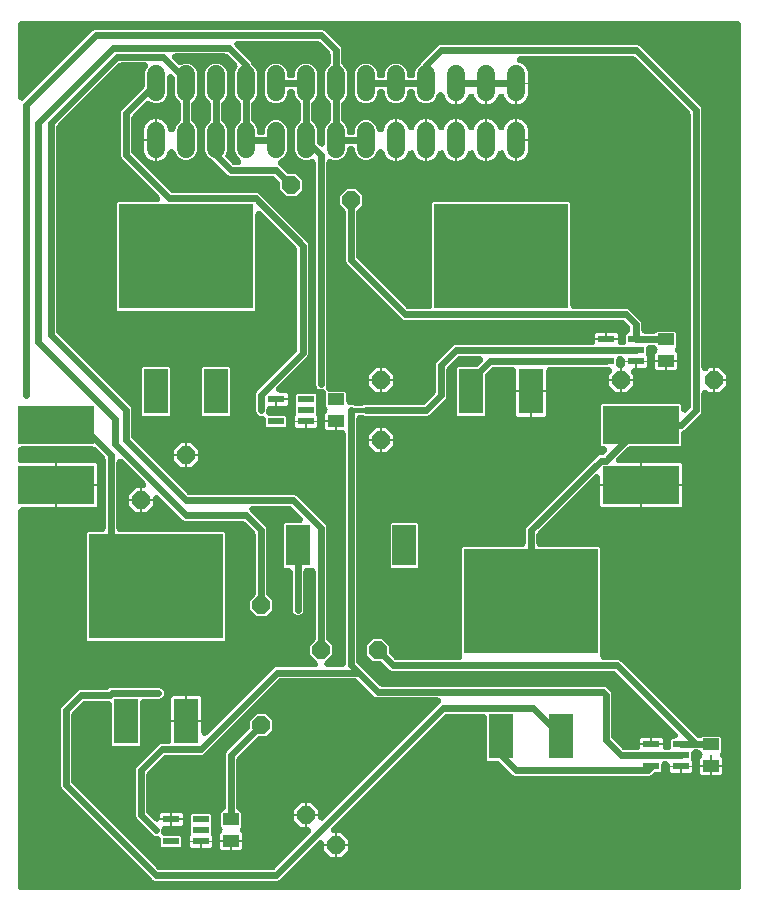
<source format=gbr>
G04 EAGLE Gerber RS-274X export*
G75*
%MOMM*%
%FSLAX34Y34*%
%LPD*%
%INTop Copper*%
%IPPOS*%
%AMOC8*
5,1,8,0,0,1.08239X$1,22.5*%
G01*
G04 Define Apertures*
%ADD10R,1.400000X0.600000*%
%ADD11C,1.524000*%
%ADD12R,2.000000X3.500000*%
%ADD13R,2.080000X3.810000*%
%ADD14R,11.430000X8.890000*%
%ADD15R,1.420200X1.031200*%
%ADD16R,6.451600X3.251200*%
%ADD17P,1.64956X8X22.5*%
%ADD18C,0.609600*%
%ADD19C,0.152400*%
%ADD20C,0.457200*%
G36*
X620441Y114541D02*
X619252Y114300D01*
X13208Y114300D01*
X12109Y114505D01*
X11087Y115159D01*
X10401Y116159D01*
X10160Y117348D01*
X10160Y435356D01*
X10365Y436455D01*
X11019Y437477D01*
X12019Y438163D01*
X13208Y438404D01*
X41656Y438404D01*
X41656Y475996D01*
X13208Y475996D01*
X12109Y476201D01*
X11087Y476855D01*
X10401Y477855D01*
X10160Y479044D01*
X10160Y487172D01*
X10365Y488271D01*
X11019Y489293D01*
X12019Y489979D01*
X13208Y490220D01*
X73552Y490220D01*
X74696Y489997D01*
X75707Y489327D01*
X83435Y481599D01*
X84087Y480633D01*
X84328Y479444D01*
X84328Y420622D01*
X84123Y419523D01*
X83469Y418501D01*
X82469Y417815D01*
X81280Y417574D01*
X69219Y417574D01*
X68326Y416681D01*
X68326Y326519D01*
X69219Y325626D01*
X184781Y325626D01*
X185674Y326519D01*
X185674Y416681D01*
X184781Y417574D01*
X96520Y417574D01*
X95421Y417779D01*
X94399Y418433D01*
X93713Y419433D01*
X93472Y420622D01*
X93472Y476904D01*
X93660Y477957D01*
X94297Y478989D01*
X95287Y479691D01*
X96471Y479951D01*
X97664Y479729D01*
X98675Y479059D01*
X117871Y459863D01*
X118483Y458986D01*
X118762Y457805D01*
X118559Y456609D01*
X117905Y455587D01*
X116905Y454901D01*
X115716Y454660D01*
X115062Y454660D01*
X115062Y445262D01*
X124460Y445262D01*
X124460Y445916D01*
X124648Y446969D01*
X125285Y448001D01*
X126275Y448703D01*
X127459Y448963D01*
X128652Y448741D01*
X129663Y448071D01*
X149810Y427924D01*
X151491Y427228D01*
X200044Y427228D01*
X201188Y427005D01*
X202199Y426335D01*
X210435Y418099D01*
X211087Y417133D01*
X211328Y415944D01*
X211328Y365222D01*
X211105Y364078D01*
X210435Y363067D01*
X206756Y359388D01*
X206756Y351812D01*
X212112Y346456D01*
X219688Y346456D01*
X225044Y351812D01*
X225044Y359388D01*
X221365Y363067D01*
X220713Y364033D01*
X220472Y365222D01*
X220472Y420009D01*
X219776Y421690D01*
X206741Y434725D01*
X206129Y435602D01*
X205850Y436783D01*
X206053Y437979D01*
X206707Y439001D01*
X207708Y439687D01*
X208896Y439928D01*
X239810Y439928D01*
X240953Y439705D01*
X241965Y439035D01*
X250373Y430627D01*
X250985Y429750D01*
X251264Y428569D01*
X251061Y427373D01*
X250407Y426351D01*
X249406Y425665D01*
X248218Y425424D01*
X236469Y425424D01*
X235576Y424531D01*
X235576Y388269D01*
X236469Y387376D01*
X239480Y387376D01*
X240579Y387171D01*
X241601Y386517D01*
X242287Y385517D01*
X242528Y384328D01*
X242528Y351091D01*
X243224Y349410D01*
X244510Y348124D01*
X246191Y347428D01*
X248009Y347428D01*
X249690Y348124D01*
X250976Y349410D01*
X251672Y351091D01*
X251672Y384328D01*
X251877Y385427D01*
X252531Y386449D01*
X253531Y387135D01*
X254720Y387376D01*
X258625Y387376D01*
X258983Y387461D01*
X260179Y387257D01*
X261201Y386604D01*
X261887Y385603D01*
X262128Y384414D01*
X262128Y327122D01*
X261905Y325978D01*
X261235Y324967D01*
X257556Y321288D01*
X257556Y313712D01*
X263043Y308225D01*
X263655Y307348D01*
X263934Y306167D01*
X263731Y304971D01*
X263077Y303949D01*
X262077Y303263D01*
X260888Y303022D01*
X228556Y303022D01*
X226876Y302326D01*
X170543Y245993D01*
X169666Y245381D01*
X168485Y245102D01*
X167289Y245305D01*
X166267Y245959D01*
X165581Y246960D01*
X165340Y248149D01*
X165340Y256538D01*
X139460Y256538D01*
X139460Y241298D01*
X139255Y240199D01*
X138601Y239177D01*
X137601Y238491D01*
X136412Y238250D01*
X131169Y238250D01*
X129488Y237554D01*
X110424Y218490D01*
X109728Y216809D01*
X109728Y176891D01*
X110424Y175210D01*
X124410Y161224D01*
X126091Y160528D01*
X128328Y160528D01*
X129427Y160323D01*
X130449Y159669D01*
X131135Y158669D01*
X131376Y157480D01*
X131376Y151969D01*
X132269Y151076D01*
X147531Y151076D01*
X148424Y151969D01*
X148424Y159231D01*
X147531Y160124D01*
X134449Y160124D01*
X133373Y160320D01*
X132346Y160966D01*
X131652Y161961D01*
X131401Y163148D01*
X131572Y164024D01*
X131572Y166012D01*
X131777Y167111D01*
X132431Y168133D01*
X133431Y168819D01*
X134620Y169060D01*
X139138Y169060D01*
X139138Y173838D01*
X129979Y173838D01*
X129979Y174198D01*
X129535Y173479D01*
X128545Y172777D01*
X127361Y172517D01*
X126168Y172739D01*
X125157Y173409D01*
X119765Y178801D01*
X119113Y179768D01*
X118872Y180956D01*
X118872Y212744D01*
X119095Y213888D01*
X119765Y214899D01*
X133079Y228213D01*
X134046Y228865D01*
X135234Y229106D01*
X165603Y229106D01*
X167284Y229802D01*
X230467Y292985D01*
X231433Y293637D01*
X232622Y293878D01*
X295294Y293878D01*
X296438Y293655D01*
X297449Y292985D01*
X312210Y278224D01*
X313891Y277528D01*
X365304Y277528D01*
X366357Y277340D01*
X367389Y276703D01*
X368091Y275713D01*
X368351Y274529D01*
X368129Y273336D01*
X367459Y272325D01*
X269363Y174229D01*
X268486Y173617D01*
X267305Y173338D01*
X266109Y173541D01*
X265087Y174195D01*
X264401Y175196D01*
X264160Y176384D01*
X264160Y177038D01*
X254762Y177038D01*
X254762Y167640D01*
X255416Y167640D01*
X256469Y167452D01*
X257501Y166815D01*
X258203Y165825D01*
X258463Y164641D01*
X258241Y163448D01*
X257571Y162437D01*
X227599Y132465D01*
X226633Y131813D01*
X225444Y131572D01*
X130156Y131572D01*
X129012Y131795D01*
X128001Y132465D01*
X56265Y204201D01*
X55613Y205168D01*
X55372Y206356D01*
X55372Y263544D01*
X55595Y264688D01*
X56265Y265699D01*
X64501Y273935D01*
X65468Y274587D01*
X66656Y274828D01*
X86628Y274828D01*
X87727Y274623D01*
X88749Y273969D01*
X89435Y272969D01*
X89676Y271780D01*
X89676Y237619D01*
X90569Y236726D01*
X112631Y236726D01*
X113524Y237619D01*
X113524Y273302D01*
X113729Y274401D01*
X114383Y275423D01*
X115383Y276109D01*
X116572Y276350D01*
X129687Y276350D01*
X131368Y277046D01*
X132654Y278332D01*
X133350Y280013D01*
X133350Y281831D01*
X132654Y283512D01*
X131368Y284798D01*
X129687Y285494D01*
X88397Y285494D01*
X86632Y284763D01*
X85817Y284213D01*
X84628Y283972D01*
X62591Y283972D01*
X60910Y283276D01*
X46924Y269290D01*
X46228Y267609D01*
X46228Y202291D01*
X46924Y200610D01*
X124410Y123124D01*
X126091Y122428D01*
X229509Y122428D01*
X231190Y123124D01*
X264037Y155971D01*
X264914Y156583D01*
X266095Y156862D01*
X267291Y156659D01*
X268313Y156005D01*
X268999Y155005D01*
X269240Y153816D01*
X269240Y153162D01*
X278638Y153162D01*
X278638Y162560D01*
X277984Y162560D01*
X276931Y162748D01*
X275899Y163385D01*
X275197Y164375D01*
X274937Y165559D01*
X275159Y166752D01*
X275829Y167763D01*
X370823Y262757D01*
X371790Y263409D01*
X372978Y263650D01*
X404128Y263650D01*
X405227Y263445D01*
X406249Y262791D01*
X406935Y261791D01*
X407176Y260602D01*
X407176Y224919D01*
X408069Y224026D01*
X415946Y224026D01*
X417090Y223803D01*
X418101Y223133D01*
X429210Y212024D01*
X430891Y211328D01*
X544009Y211328D01*
X545690Y212024D01*
X547349Y213683D01*
X548316Y214335D01*
X549504Y214576D01*
X553931Y214576D01*
X554824Y215469D01*
X554824Y220980D01*
X555029Y222079D01*
X555683Y223101D01*
X556683Y223787D01*
X557872Y224028D01*
X558712Y224028D01*
X559811Y223823D01*
X560833Y223169D01*
X561519Y222169D01*
X561760Y220980D01*
X561760Y219862D01*
X580840Y219862D01*
X580840Y223152D01*
X580717Y223275D01*
X580065Y224242D01*
X579824Y225431D01*
X579824Y230480D01*
X580029Y231579D01*
X580683Y232601D01*
X581683Y233287D01*
X582872Y233528D01*
X585492Y233528D01*
X586636Y233305D01*
X587647Y232635D01*
X588809Y231474D01*
X589441Y230552D01*
X589701Y229367D01*
X589479Y228175D01*
X588809Y227163D01*
X587259Y225613D01*
X587259Y220167D01*
X606541Y220167D01*
X606541Y225613D01*
X604991Y227163D01*
X604359Y228085D01*
X604099Y229270D01*
X604321Y230462D01*
X604991Y231474D01*
X605525Y232008D01*
X605525Y243582D01*
X604632Y244475D01*
X589168Y244475D01*
X588885Y244192D01*
X587963Y243560D01*
X586778Y243299D01*
X585585Y243522D01*
X584574Y244192D01*
X520090Y308676D01*
X518409Y309372D01*
X506086Y309372D01*
X505032Y309560D01*
X504000Y310197D01*
X503299Y311187D01*
X503038Y312371D01*
X503174Y313100D01*
X503174Y403981D01*
X502281Y404874D01*
X452120Y404874D01*
X451021Y405079D01*
X449999Y405733D01*
X449313Y406733D01*
X449072Y407922D01*
X449072Y415806D01*
X449295Y416949D01*
X449965Y417961D01*
X497717Y465713D01*
X498594Y466325D01*
X499775Y466604D01*
X500971Y466401D01*
X501993Y465747D01*
X502679Y464746D01*
X502920Y463558D01*
X502920Y457962D01*
X536956Y457962D01*
X536956Y475996D01*
X519538Y475996D01*
X518485Y476184D01*
X517453Y476821D01*
X516751Y477811D01*
X516491Y478995D01*
X516713Y480188D01*
X517383Y481199D01*
X525511Y489327D01*
X526478Y489979D01*
X527666Y490220D01*
X570607Y490220D01*
X571500Y491113D01*
X571500Y501015D01*
X571714Y502136D01*
X572376Y503153D01*
X573382Y503831D01*
X574090Y504124D01*
X588076Y518110D01*
X588772Y519791D01*
X588772Y535201D01*
X588960Y536254D01*
X589597Y537287D01*
X590587Y537988D01*
X591771Y538249D01*
X592964Y538026D01*
X593975Y537356D01*
X595392Y535940D01*
X598838Y535940D01*
X598838Y556260D01*
X595392Y556260D01*
X593975Y554844D01*
X593098Y554232D01*
X591917Y553952D01*
X590721Y554156D01*
X589699Y554810D01*
X589013Y555810D01*
X588772Y556999D01*
X588772Y775609D01*
X588076Y777290D01*
X535990Y829376D01*
X534309Y830072D01*
X367391Y830072D01*
X365710Y829376D01*
X351724Y815390D01*
X351027Y813706D01*
X350366Y812718D01*
X347848Y810200D01*
X346456Y806839D01*
X346456Y805020D01*
X346251Y803921D01*
X345597Y802899D01*
X344597Y802213D01*
X343408Y801972D01*
X342392Y801972D01*
X341293Y802177D01*
X340271Y802831D01*
X339585Y803831D01*
X339344Y805020D01*
X339344Y806839D01*
X337952Y810200D01*
X335380Y812772D01*
X332019Y814164D01*
X328381Y814164D01*
X325020Y812772D01*
X322448Y810200D01*
X321056Y806839D01*
X321056Y805020D01*
X320851Y803921D01*
X320197Y802899D01*
X319197Y802213D01*
X318008Y801972D01*
X316992Y801972D01*
X315893Y802177D01*
X314871Y802831D01*
X314185Y803831D01*
X313944Y805020D01*
X313944Y806839D01*
X312552Y810200D01*
X309980Y812772D01*
X306619Y814164D01*
X302981Y814164D01*
X299620Y812772D01*
X297048Y810200D01*
X295656Y806839D01*
X295656Y787961D01*
X297048Y784600D01*
X299620Y782028D01*
X302981Y780636D01*
X306619Y780636D01*
X309980Y782028D01*
X312552Y784600D01*
X313944Y787961D01*
X313944Y789780D01*
X314149Y790879D01*
X314803Y791901D01*
X315803Y792587D01*
X316992Y792828D01*
X318008Y792828D01*
X319107Y792623D01*
X320129Y791969D01*
X320815Y790969D01*
X321056Y789780D01*
X321056Y787961D01*
X322448Y784600D01*
X325020Y782028D01*
X328381Y780636D01*
X332019Y780636D01*
X335380Y782028D01*
X337952Y784600D01*
X339344Y787961D01*
X339344Y789780D01*
X339549Y790879D01*
X340203Y791901D01*
X341203Y792587D01*
X342392Y792828D01*
X343408Y792828D01*
X344507Y792623D01*
X345529Y791969D01*
X346215Y790969D01*
X346456Y789780D01*
X346456Y787961D01*
X347848Y784600D01*
X350420Y782028D01*
X353781Y780636D01*
X357419Y780636D01*
X360780Y782028D01*
X363352Y784600D01*
X364976Y788521D01*
X365536Y789405D01*
X366514Y790122D01*
X367695Y790401D01*
X368891Y790198D01*
X369913Y789544D01*
X370599Y788544D01*
X370679Y788148D01*
X372387Y784025D01*
X375245Y781167D01*
X378979Y779620D01*
X380238Y779620D01*
X380238Y798162D01*
X381762Y798162D01*
X381762Y779620D01*
X383021Y779620D01*
X386755Y781167D01*
X389613Y784025D01*
X390884Y787093D01*
X391461Y787994D01*
X392444Y788704D01*
X393627Y788973D01*
X394821Y788761D01*
X395838Y788099D01*
X396516Y787093D01*
X397787Y784025D01*
X400645Y781167D01*
X404379Y779620D01*
X405638Y779620D01*
X405638Y798162D01*
X407162Y798162D01*
X407162Y779620D01*
X408421Y779620D01*
X412155Y781167D01*
X415013Y784025D01*
X416284Y787093D01*
X416861Y787994D01*
X417844Y788704D01*
X419027Y788973D01*
X420221Y788761D01*
X421238Y788099D01*
X421916Y787093D01*
X423187Y784025D01*
X426045Y781167D01*
X429779Y779620D01*
X431038Y779620D01*
X431038Y798162D01*
X441960Y798162D01*
X441960Y807041D01*
X440413Y810775D01*
X437555Y813633D01*
X434101Y815064D01*
X433218Y815624D01*
X432500Y816602D01*
X432221Y817783D01*
X432424Y818979D01*
X433078Y820001D01*
X434079Y820687D01*
X435267Y820928D01*
X530244Y820928D01*
X531388Y820705D01*
X532399Y820035D01*
X578735Y773699D01*
X579387Y772733D01*
X579628Y771544D01*
X579628Y523856D01*
X579405Y522712D01*
X578735Y521701D01*
X576703Y519669D01*
X575826Y519057D01*
X574645Y518778D01*
X573449Y518981D01*
X572427Y519635D01*
X571741Y520636D01*
X571500Y521824D01*
X571500Y524887D01*
X570607Y525780D01*
X504829Y525780D01*
X503936Y524887D01*
X503936Y491113D01*
X504829Y490220D01*
X506114Y490220D01*
X507167Y490032D01*
X508199Y489395D01*
X508901Y488405D01*
X509161Y487221D01*
X508939Y486028D01*
X508269Y485017D01*
X506745Y483493D01*
X505779Y482841D01*
X504590Y482600D01*
X502657Y482600D01*
X500976Y481904D01*
X440624Y421552D01*
X439928Y419871D01*
X439928Y407922D01*
X439723Y406823D01*
X439069Y405801D01*
X438069Y405115D01*
X436880Y404874D01*
X386719Y404874D01*
X385826Y403981D01*
X385826Y313087D01*
X385961Y312517D01*
X385757Y311321D01*
X385104Y310299D01*
X384103Y309613D01*
X382914Y309372D01*
X330656Y309372D01*
X329512Y309595D01*
X328501Y310265D01*
X324837Y313929D01*
X324185Y314896D01*
X323944Y316084D01*
X323944Y321288D01*
X318588Y326644D01*
X311012Y326644D01*
X305656Y321288D01*
X305656Y313712D01*
X311012Y308356D01*
X316216Y308356D01*
X317360Y308133D01*
X318371Y307463D01*
X324910Y300924D01*
X326591Y300228D01*
X514344Y300228D01*
X515488Y300005D01*
X516499Y299335D01*
X568007Y247827D01*
X568619Y246950D01*
X568898Y245769D01*
X568695Y244573D01*
X568041Y243551D01*
X567041Y242865D01*
X565852Y242624D01*
X563669Y242624D01*
X562776Y241731D01*
X562776Y236220D01*
X562571Y235121D01*
X561917Y234099D01*
X560917Y233413D01*
X559728Y233172D01*
X558888Y233172D01*
X557789Y233377D01*
X556767Y234031D01*
X556081Y235031D01*
X555840Y236220D01*
X555840Y237338D01*
X536760Y237338D01*
X536760Y236220D01*
X536555Y235121D01*
X535901Y234099D01*
X534901Y233413D01*
X533712Y233172D01*
X523856Y233172D01*
X522712Y233395D01*
X521701Y234065D01*
X513465Y242301D01*
X512813Y243268D01*
X512572Y244456D01*
X512572Y280309D01*
X511876Y281990D01*
X507890Y285976D01*
X506209Y286672D01*
X317956Y286672D01*
X316812Y286895D01*
X315801Y287565D01*
X297565Y305801D01*
X296913Y306768D01*
X296672Y307956D01*
X296672Y513842D01*
X296877Y514941D01*
X297531Y515963D01*
X298531Y516649D01*
X299720Y516890D01*
X301445Y516890D01*
X302611Y516658D01*
X303891Y516128D01*
X356509Y516128D01*
X358190Y516824D01*
X372176Y530810D01*
X372872Y532491D01*
X372872Y555644D01*
X373095Y556788D01*
X373765Y557799D01*
X382001Y566035D01*
X382968Y566687D01*
X384156Y566928D01*
X400704Y566928D01*
X401757Y566740D01*
X402789Y566103D01*
X403491Y565113D01*
X403751Y563929D01*
X403529Y562736D01*
X402859Y561725D01*
X399301Y558167D01*
X398335Y557515D01*
X397146Y557274D01*
X382669Y557274D01*
X381776Y556381D01*
X381776Y517019D01*
X382669Y516126D01*
X404731Y516126D01*
X405624Y517019D01*
X405624Y550296D01*
X405847Y551440D01*
X406517Y552451D01*
X410601Y556535D01*
X411568Y557187D01*
X412756Y557428D01*
X428512Y557428D01*
X429611Y557223D01*
X430633Y556569D01*
X431319Y555569D01*
X431560Y554380D01*
X431560Y537462D01*
X457440Y537462D01*
X457440Y554380D01*
X457645Y555479D01*
X458299Y556501D01*
X459299Y557187D01*
X460488Y557428D01*
X509590Y557428D01*
X509832Y557476D01*
X510349Y557476D01*
X511402Y557288D01*
X512435Y556651D01*
X513136Y555661D01*
X513397Y554477D01*
X513174Y553284D01*
X512504Y552273D01*
X510540Y550308D01*
X510540Y546862D01*
X519938Y546862D01*
X519938Y556260D01*
X519772Y556260D01*
X518673Y556465D01*
X517651Y557119D01*
X516965Y558119D01*
X516724Y559308D01*
X516724Y563880D01*
X516929Y564979D01*
X517583Y566001D01*
X518583Y566687D01*
X519772Y566928D01*
X520612Y566928D01*
X521711Y566723D01*
X522733Y566069D01*
X523419Y565069D01*
X523660Y563880D01*
X523660Y562762D01*
X542740Y562762D01*
X542740Y566052D01*
X542617Y566175D01*
X541965Y567142D01*
X541724Y568331D01*
X541724Y573075D01*
X541929Y574174D01*
X542583Y575196D01*
X543583Y575882D01*
X544772Y576123D01*
X547697Y576123D01*
X548841Y575900D01*
X549852Y575230D01*
X550709Y574374D01*
X551341Y573452D01*
X551601Y572267D01*
X551379Y571075D01*
X550709Y570063D01*
X549159Y568513D01*
X549159Y563067D01*
X568441Y563067D01*
X568441Y568513D01*
X566891Y570063D01*
X566259Y570985D01*
X565999Y572170D01*
X566221Y573362D01*
X566891Y574374D01*
X567425Y574908D01*
X567425Y586482D01*
X566532Y587375D01*
X551068Y587375D01*
X549852Y586160D01*
X548886Y585508D01*
X547697Y585267D01*
X542351Y585267D01*
X541207Y585490D01*
X541155Y585524D01*
X540820Y585524D01*
X539721Y585729D01*
X538699Y586383D01*
X538013Y587383D01*
X537772Y588572D01*
X537772Y594609D01*
X537076Y596290D01*
X527512Y605854D01*
X525831Y606550D01*
X480822Y606550D01*
X479723Y606755D01*
X478701Y607409D01*
X478015Y608409D01*
X477774Y609598D01*
X477774Y696081D01*
X476881Y696974D01*
X361319Y696974D01*
X360426Y696081D01*
X360426Y609598D01*
X360221Y608499D01*
X359567Y607477D01*
X358567Y606791D01*
X357378Y606550D01*
X340978Y606550D01*
X339834Y606773D01*
X338823Y607443D01*
X297565Y648701D01*
X296913Y649668D01*
X296672Y650856D01*
X296672Y688878D01*
X296895Y690022D01*
X297565Y691033D01*
X301244Y694712D01*
X301244Y702288D01*
X295888Y707644D01*
X288312Y707644D01*
X282956Y702288D01*
X282956Y694712D01*
X286635Y691033D01*
X287287Y690067D01*
X287528Y688878D01*
X287528Y646791D01*
X288224Y645110D01*
X335232Y598102D01*
X336913Y597406D01*
X521766Y597406D01*
X522910Y597183D01*
X523921Y596513D01*
X527735Y592699D01*
X528387Y591733D01*
X528628Y590544D01*
X528628Y588572D01*
X528423Y587473D01*
X527769Y586451D01*
X526769Y585765D01*
X525580Y585524D01*
X525569Y585524D01*
X524676Y584631D01*
X524676Y579120D01*
X524471Y578021D01*
X523817Y576999D01*
X522817Y576313D01*
X521628Y576072D01*
X520788Y576072D01*
X519689Y576277D01*
X518667Y576931D01*
X517981Y577931D01*
X517740Y579120D01*
X517740Y580238D01*
X498660Y580238D01*
X498660Y579120D01*
X498455Y578021D01*
X497801Y576999D01*
X496801Y576313D01*
X495612Y576072D01*
X380091Y576072D01*
X378410Y575376D01*
X364424Y561390D01*
X363728Y559709D01*
X363728Y536556D01*
X363505Y535412D01*
X362835Y534401D01*
X354599Y526165D01*
X353633Y525513D01*
X352444Y525272D01*
X303891Y525272D01*
X302611Y524742D01*
X301445Y524510D01*
X295455Y524510D01*
X294289Y524742D01*
X293009Y525272D01*
X291073Y525272D01*
X289974Y525477D01*
X288952Y526131D01*
X288266Y527131D01*
X288025Y528320D01*
X288025Y535682D01*
X287132Y536575D01*
X273508Y536575D01*
X272432Y536771D01*
X271405Y537417D01*
X270711Y538412D01*
X270460Y539599D01*
X270692Y540789D01*
X271272Y542191D01*
X271272Y730588D01*
X271468Y731664D01*
X272114Y732691D01*
X273109Y733385D01*
X274296Y733636D01*
X275486Y733404D01*
X277581Y732536D01*
X281219Y732536D01*
X284580Y733928D01*
X287152Y736500D01*
X288544Y739861D01*
X288544Y741680D01*
X288749Y742779D01*
X289403Y743801D01*
X290403Y744487D01*
X291592Y744728D01*
X292608Y744728D01*
X293707Y744523D01*
X294729Y743869D01*
X295415Y742869D01*
X295656Y741680D01*
X295656Y739861D01*
X297048Y736500D01*
X299620Y733928D01*
X302981Y732536D01*
X306619Y732536D01*
X309980Y733928D01*
X312552Y736500D01*
X314176Y740421D01*
X314736Y741305D01*
X315714Y742022D01*
X316895Y742301D01*
X318091Y742098D01*
X319113Y741444D01*
X319799Y740444D01*
X319879Y740048D01*
X321587Y735925D01*
X324445Y733067D01*
X328179Y731520D01*
X329438Y731520D01*
X329438Y767080D01*
X328179Y767080D01*
X324445Y765533D01*
X321587Y762675D01*
X319919Y758648D01*
X319861Y758315D01*
X319231Y757277D01*
X318248Y756568D01*
X317065Y756298D01*
X315871Y756511D01*
X314854Y757173D01*
X314176Y758179D01*
X312552Y762100D01*
X309980Y764672D01*
X306619Y766064D01*
X302981Y766064D01*
X299620Y764672D01*
X297048Y762100D01*
X295656Y758739D01*
X295656Y756920D01*
X295451Y755821D01*
X294797Y754799D01*
X293797Y754113D01*
X292608Y753872D01*
X291592Y753872D01*
X290493Y754077D01*
X289471Y754731D01*
X288785Y755731D01*
X288544Y756920D01*
X288544Y758739D01*
X287152Y762100D01*
X284865Y764387D01*
X284213Y765353D01*
X283972Y766542D01*
X283972Y780158D01*
X284195Y781302D01*
X284865Y782313D01*
X287152Y784600D01*
X288544Y787961D01*
X288544Y806839D01*
X287152Y810200D01*
X284865Y812487D01*
X284213Y813453D01*
X283972Y814642D01*
X283972Y826409D01*
X283276Y828090D01*
X269290Y842076D01*
X267609Y842772D01*
X75291Y842772D01*
X73610Y842076D01*
X15363Y783829D01*
X14486Y783217D01*
X13305Y782938D01*
X12109Y783141D01*
X11087Y783795D01*
X10401Y784796D01*
X10160Y785984D01*
X10160Y847092D01*
X10365Y848191D01*
X11019Y849213D01*
X12019Y849899D01*
X13208Y850140D01*
X619252Y850140D01*
X620351Y849935D01*
X621373Y849281D01*
X622059Y848281D01*
X622300Y847092D01*
X622300Y117348D01*
X622095Y116249D01*
X621441Y115227D01*
X620441Y114541D01*
G37*
%LPC*%
G36*
X432562Y779620D02*
X433821Y779620D01*
X437555Y781167D01*
X440413Y784025D01*
X441960Y787759D01*
X441960Y796638D01*
X432562Y796638D01*
X432562Y779620D01*
G37*
G36*
X407162Y731520D02*
X408421Y731520D01*
X412155Y733067D01*
X415013Y735925D01*
X416284Y738993D01*
X416861Y739894D01*
X417844Y740604D01*
X419027Y740873D01*
X420221Y740661D01*
X421238Y739999D01*
X421916Y738993D01*
X423187Y735925D01*
X426045Y733067D01*
X429779Y731520D01*
X431038Y731520D01*
X431038Y767080D01*
X429779Y767080D01*
X426045Y765533D01*
X423187Y762675D01*
X421916Y759607D01*
X421339Y758706D01*
X420356Y757996D01*
X419173Y757727D01*
X417979Y757939D01*
X416962Y758601D01*
X416284Y759607D01*
X415013Y762675D01*
X412155Y765533D01*
X408421Y767080D01*
X407162Y767080D01*
X407162Y731520D01*
G37*
G36*
X330962Y731520D02*
X332221Y731520D01*
X335955Y733067D01*
X338813Y735925D01*
X340084Y738993D01*
X340661Y739894D01*
X341644Y740604D01*
X342827Y740873D01*
X344021Y740661D01*
X345038Y739999D01*
X345716Y738993D01*
X346987Y735925D01*
X349845Y733067D01*
X353579Y731520D01*
X354838Y731520D01*
X354838Y767080D01*
X353579Y767080D01*
X349845Y765533D01*
X346987Y762675D01*
X345716Y759607D01*
X345139Y758706D01*
X344156Y757996D01*
X342973Y757727D01*
X341779Y757939D01*
X340762Y758601D01*
X340084Y759607D01*
X338813Y762675D01*
X335955Y765533D01*
X332221Y767080D01*
X330962Y767080D01*
X330962Y731520D01*
G37*
G36*
X356362Y731520D02*
X357621Y731520D01*
X361355Y733067D01*
X364213Y735925D01*
X365484Y738993D01*
X366061Y739894D01*
X367044Y740604D01*
X368227Y740873D01*
X369421Y740661D01*
X370438Y739999D01*
X371116Y738993D01*
X372387Y735925D01*
X375245Y733067D01*
X378979Y731520D01*
X380238Y731520D01*
X380238Y767080D01*
X378979Y767080D01*
X375245Y765533D01*
X372387Y762675D01*
X371116Y759607D01*
X370539Y758706D01*
X369556Y757996D01*
X368373Y757727D01*
X367179Y757939D01*
X366162Y758601D01*
X365484Y759607D01*
X364213Y762675D01*
X361355Y765533D01*
X357621Y767080D01*
X356362Y767080D01*
X356362Y731520D01*
G37*
G36*
X381762Y731520D02*
X383021Y731520D01*
X386755Y733067D01*
X389613Y735925D01*
X390884Y738993D01*
X391461Y739894D01*
X392444Y740604D01*
X393627Y740873D01*
X394821Y740661D01*
X395838Y739999D01*
X396516Y738993D01*
X397787Y735925D01*
X400645Y733067D01*
X404379Y731520D01*
X405638Y731520D01*
X405638Y767080D01*
X404379Y767080D01*
X400645Y765533D01*
X397787Y762675D01*
X396516Y759607D01*
X395939Y758706D01*
X394956Y757996D01*
X393773Y757727D01*
X392579Y757939D01*
X391562Y758601D01*
X390884Y759607D01*
X389613Y762675D01*
X386755Y765533D01*
X383021Y767080D01*
X381762Y767080D01*
X381762Y731520D01*
G37*
G36*
X432562Y750062D02*
X441960Y750062D01*
X441960Y758941D01*
X440413Y762675D01*
X437555Y765533D01*
X433821Y767080D01*
X432562Y767080D01*
X432562Y750062D01*
G37*
G36*
X432562Y731520D02*
X433821Y731520D01*
X437555Y733067D01*
X440413Y735925D01*
X441960Y739659D01*
X441960Y748538D01*
X432562Y748538D01*
X432562Y731520D01*
G37*
G36*
X498660Y581762D02*
X507438Y581762D01*
X507438Y586540D01*
X500148Y586540D01*
X498660Y585052D01*
X498660Y581762D01*
G37*
G36*
X508962Y581762D02*
X517740Y581762D01*
X517740Y585052D01*
X516252Y586540D01*
X508962Y586540D01*
X508962Y581762D01*
G37*
G36*
X559562Y554609D02*
X566953Y554609D01*
X568441Y556097D01*
X568441Y561543D01*
X559562Y561543D01*
X559562Y554609D01*
G37*
G36*
X550647Y554609D02*
X558038Y554609D01*
X558038Y561543D01*
X549159Y561543D01*
X549159Y556097D01*
X550647Y554609D01*
G37*
G36*
X533962Y556460D02*
X541252Y556460D01*
X542740Y557948D01*
X542740Y561238D01*
X533962Y561238D01*
X533962Y556460D01*
G37*
G36*
X521462Y546862D02*
X530860Y546862D01*
X530860Y550308D01*
X529912Y551257D01*
X529300Y552134D01*
X529020Y553315D01*
X529224Y554511D01*
X529878Y555533D01*
X530878Y556219D01*
X532067Y556460D01*
X532438Y556460D01*
X532438Y561238D01*
X523660Y561238D01*
X523660Y559308D01*
X523455Y558209D01*
X522801Y557187D01*
X521801Y556501D01*
X521462Y556433D01*
X521462Y546862D01*
G37*
G36*
X307340Y546862D02*
X316738Y546862D01*
X316738Y556260D01*
X313292Y556260D01*
X307340Y550308D01*
X307340Y546862D01*
G37*
G36*
X600362Y546862D02*
X609760Y546862D01*
X609760Y550308D01*
X603808Y556260D01*
X600362Y556260D01*
X600362Y546862D01*
G37*
G36*
X318262Y546862D02*
X327660Y546862D01*
X327660Y550308D01*
X321708Y556260D01*
X318262Y556260D01*
X318262Y546862D01*
G37*
G36*
X600362Y535940D02*
X603808Y535940D01*
X609760Y541892D01*
X609760Y545338D01*
X600362Y545338D01*
X600362Y535940D01*
G37*
G36*
X521462Y535940D02*
X524908Y535940D01*
X530860Y541892D01*
X530860Y545338D01*
X521462Y545338D01*
X521462Y535940D01*
G37*
G36*
X516492Y535940D02*
X519938Y535940D01*
X519938Y545338D01*
X510540Y545338D01*
X510540Y541892D01*
X516492Y535940D01*
G37*
G36*
X318262Y535940D02*
X321708Y535940D01*
X327660Y541892D01*
X327660Y545338D01*
X318262Y545338D01*
X318262Y535940D01*
G37*
G36*
X313292Y535940D02*
X316738Y535940D01*
X316738Y545338D01*
X307340Y545338D01*
X307340Y541892D01*
X313292Y535940D01*
G37*
G36*
X445262Y515110D02*
X455952Y515110D01*
X457440Y516598D01*
X457440Y535938D01*
X445262Y535938D01*
X445262Y515110D01*
G37*
G36*
X433048Y515110D02*
X443738Y515110D01*
X443738Y535938D01*
X431560Y535938D01*
X431560Y516598D01*
X433048Y515110D01*
G37*
G36*
X318262Y496062D02*
X327660Y496062D01*
X327660Y499508D01*
X321708Y505460D01*
X318262Y505460D01*
X318262Y496062D01*
G37*
G36*
X307340Y496062D02*
X316738Y496062D01*
X316738Y505460D01*
X313292Y505460D01*
X307340Y499508D01*
X307340Y496062D01*
G37*
G36*
X318262Y485140D02*
X321708Y485140D01*
X327660Y491092D01*
X327660Y494538D01*
X318262Y494538D01*
X318262Y485140D01*
G37*
G36*
X313292Y485140D02*
X316738Y485140D01*
X316738Y494538D01*
X307340Y494538D01*
X307340Y491092D01*
X313292Y485140D01*
G37*
G36*
X538480Y457962D02*
X572516Y457962D01*
X572516Y474508D01*
X571028Y475996D01*
X538480Y475996D01*
X538480Y457962D01*
G37*
G36*
X43180Y457962D02*
X77216Y457962D01*
X77216Y474508D01*
X75728Y475996D01*
X43180Y475996D01*
X43180Y457962D01*
G37*
G36*
X538480Y438404D02*
X571028Y438404D01*
X572516Y439892D01*
X572516Y456438D01*
X538480Y456438D01*
X538480Y438404D01*
G37*
G36*
X504408Y438404D02*
X536956Y438404D01*
X536956Y456438D01*
X502920Y456438D01*
X502920Y439892D01*
X504408Y438404D01*
G37*
G36*
X43180Y438404D02*
X75728Y438404D01*
X77216Y439892D01*
X77216Y456438D01*
X43180Y456438D01*
X43180Y438404D01*
G37*
G36*
X104140Y445262D02*
X113538Y445262D01*
X113538Y454660D01*
X110092Y454660D01*
X104140Y448708D01*
X104140Y445262D01*
G37*
G36*
X110092Y434340D02*
X113538Y434340D01*
X113538Y443738D01*
X104140Y443738D01*
X104140Y440292D01*
X110092Y434340D01*
G37*
G36*
X115062Y434340D02*
X118508Y434340D01*
X124460Y440292D01*
X124460Y443738D01*
X115062Y443738D01*
X115062Y434340D01*
G37*
G36*
X326469Y387376D02*
X347731Y387376D01*
X348624Y388269D01*
X348624Y424531D01*
X347731Y425424D01*
X326469Y425424D01*
X325576Y424531D01*
X325576Y388269D01*
X326469Y387376D01*
G37*
G36*
X153162Y258062D02*
X165340Y258062D01*
X165340Y277402D01*
X163852Y278890D01*
X153162Y278890D01*
X153162Y258062D01*
G37*
G36*
X139460Y258062D02*
X151638Y258062D01*
X151638Y278890D01*
X140948Y278890D01*
X139460Y277402D01*
X139460Y258062D01*
G37*
G36*
X180859Y156667D02*
X200141Y156667D01*
X200141Y162113D01*
X198591Y163663D01*
X197959Y164585D01*
X197699Y165770D01*
X197921Y166962D01*
X198591Y167974D01*
X199125Y168508D01*
X199125Y180082D01*
X198232Y180975D01*
X198120Y180975D01*
X197021Y181180D01*
X195999Y181834D01*
X195313Y182834D01*
X195072Y184023D01*
X195072Y225444D01*
X195295Y226588D01*
X195965Y227599D01*
X212329Y243963D01*
X213296Y244615D01*
X214484Y244856D01*
X219688Y244856D01*
X225044Y250212D01*
X225044Y257788D01*
X219688Y263144D01*
X212112Y263144D01*
X206756Y257788D01*
X206756Y252584D01*
X206533Y251440D01*
X205863Y250429D01*
X186624Y231190D01*
X185928Y229509D01*
X185928Y184023D01*
X185723Y182924D01*
X185069Y181902D01*
X184069Y181216D01*
X182880Y180975D01*
X182768Y180975D01*
X181875Y180082D01*
X181875Y168508D01*
X182409Y167974D01*
X183041Y167052D01*
X183301Y165867D01*
X183079Y164675D01*
X182409Y163663D01*
X180859Y162113D01*
X180859Y156667D01*
G37*
G36*
X536760Y238862D02*
X545538Y238862D01*
X545538Y243640D01*
X538248Y243640D01*
X536760Y242152D01*
X536760Y238862D01*
G37*
G36*
X547062Y238862D02*
X555840Y238862D01*
X555840Y242152D01*
X554352Y243640D01*
X547062Y243640D01*
X547062Y238862D01*
G37*
G36*
X597662Y211709D02*
X605053Y211709D01*
X606541Y213197D01*
X606541Y218643D01*
X597662Y218643D01*
X597662Y211709D01*
G37*
G36*
X588747Y211709D02*
X596138Y211709D01*
X596138Y218643D01*
X587259Y218643D01*
X587259Y213197D01*
X588747Y211709D01*
G37*
G36*
X572062Y213560D02*
X579352Y213560D01*
X580840Y215048D01*
X580840Y218338D01*
X572062Y218338D01*
X572062Y213560D01*
G37*
G36*
X563248Y213560D02*
X570538Y213560D01*
X570538Y218338D01*
X561760Y218338D01*
X561760Y215048D01*
X563248Y213560D01*
G37*
G36*
X243840Y178562D02*
X253238Y178562D01*
X253238Y187960D01*
X249792Y187960D01*
X243840Y182008D01*
X243840Y178562D01*
G37*
G36*
X254762Y178562D02*
X264160Y178562D01*
X264160Y182008D01*
X258208Y187960D01*
X254762Y187960D01*
X254762Y178562D01*
G37*
G36*
X130324Y175362D02*
X139138Y175362D01*
X139138Y180140D01*
X131848Y180140D01*
X130360Y178652D01*
X130360Y175564D01*
X130324Y175362D01*
G37*
G36*
X140662Y175362D02*
X149440Y175362D01*
X149440Y178652D01*
X147952Y180140D01*
X140662Y180140D01*
X140662Y175362D01*
G37*
G36*
X155360Y156362D02*
X174440Y156362D01*
X174440Y159652D01*
X174317Y159775D01*
X173665Y160742D01*
X173424Y161931D01*
X173424Y178231D01*
X172531Y179124D01*
X157269Y179124D01*
X156376Y178231D01*
X156376Y161931D01*
X156153Y160787D01*
X155483Y159775D01*
X155360Y159652D01*
X155360Y156362D01*
G37*
G36*
X249792Y167640D02*
X253238Y167640D01*
X253238Y177038D01*
X243840Y177038D01*
X243840Y173592D01*
X249792Y167640D01*
G37*
G36*
X140662Y169060D02*
X147952Y169060D01*
X149440Y170548D01*
X149440Y173838D01*
X140662Y173838D01*
X140662Y169060D01*
G37*
G36*
X280162Y153162D02*
X289560Y153162D01*
X289560Y156608D01*
X283608Y162560D01*
X280162Y162560D01*
X280162Y153162D01*
G37*
G36*
X191262Y148209D02*
X198653Y148209D01*
X200141Y149697D01*
X200141Y155143D01*
X191262Y155143D01*
X191262Y148209D01*
G37*
G36*
X182347Y148209D02*
X189738Y148209D01*
X189738Y155143D01*
X180859Y155143D01*
X180859Y149697D01*
X182347Y148209D01*
G37*
G36*
X165662Y150060D02*
X172952Y150060D01*
X174440Y151548D01*
X174440Y154838D01*
X165662Y154838D01*
X165662Y150060D01*
G37*
G36*
X156848Y150060D02*
X164138Y150060D01*
X164138Y154838D01*
X155360Y154838D01*
X155360Y151548D01*
X156848Y150060D01*
G37*
G36*
X280162Y142240D02*
X283608Y142240D01*
X289560Y148192D01*
X289560Y151638D01*
X280162Y151638D01*
X280162Y142240D01*
G37*
G36*
X275192Y142240D02*
X278638Y142240D01*
X278638Y151638D01*
X269240Y151638D01*
X269240Y148192D01*
X275192Y142240D01*
G37*
%LPD*%
G36*
X285669Y303263D02*
X284480Y303022D01*
X272512Y303022D01*
X271459Y303210D01*
X270427Y303847D01*
X269725Y304837D01*
X269464Y306021D01*
X269687Y307214D01*
X270357Y308225D01*
X275844Y313712D01*
X275844Y321288D01*
X272165Y324967D01*
X271513Y325933D01*
X271272Y327122D01*
X271272Y421675D01*
X270576Y423356D01*
X245556Y448376D01*
X243875Y449072D01*
X155556Y449072D01*
X154412Y449295D01*
X153401Y449965D01*
X107065Y496301D01*
X106413Y497268D01*
X106172Y498456D01*
X106172Y521609D01*
X105476Y523290D01*
X43565Y585201D01*
X42913Y586168D01*
X42672Y587356D01*
X42672Y760767D01*
X42895Y761911D01*
X43565Y762923D01*
X95089Y814447D01*
X96056Y815099D01*
X97245Y815340D01*
X117030Y815340D01*
X118083Y815152D01*
X119115Y814515D01*
X119817Y813525D01*
X120078Y812341D01*
X119855Y811148D01*
X119284Y810285D01*
X117856Y806839D01*
X117856Y795984D01*
X117633Y794840D01*
X116963Y793829D01*
X97724Y774590D01*
X97028Y772909D01*
X97028Y735691D01*
X97724Y734010D01*
X129557Y702177D01*
X130169Y701300D01*
X130448Y700119D01*
X130245Y698923D01*
X129591Y697901D01*
X128591Y697215D01*
X127402Y696974D01*
X94619Y696974D01*
X93726Y696081D01*
X93726Y605919D01*
X94619Y605026D01*
X210181Y605026D01*
X211074Y605919D01*
X211074Y686568D01*
X211262Y687621D01*
X211899Y688653D01*
X212889Y689355D01*
X214073Y689615D01*
X215266Y689393D01*
X216277Y688723D01*
X245835Y659165D01*
X246487Y658198D01*
X246728Y657010D01*
X246728Y572322D01*
X246505Y571178D01*
X245835Y570167D01*
X212024Y536356D01*
X211328Y534675D01*
X211328Y519791D01*
X212024Y518110D01*
X213310Y516824D01*
X214991Y516128D01*
X217228Y516128D01*
X218327Y515923D01*
X219349Y515269D01*
X220035Y514269D01*
X220276Y513080D01*
X220276Y507569D01*
X221169Y506676D01*
X236431Y506676D01*
X237324Y507569D01*
X237324Y514831D01*
X236431Y515724D01*
X223349Y515724D01*
X222273Y515920D01*
X221246Y516566D01*
X220552Y517561D01*
X220301Y518748D01*
X220472Y519624D01*
X220472Y521612D01*
X220677Y522711D01*
X221331Y523733D01*
X222331Y524419D01*
X223520Y524660D01*
X228038Y524660D01*
X228038Y530962D01*
X238340Y530962D01*
X238340Y534252D01*
X236852Y535740D01*
X231699Y535740D01*
X230645Y535928D01*
X229613Y536565D01*
X228911Y537555D01*
X228651Y538739D01*
X228873Y539932D01*
X229543Y540943D01*
X255176Y566576D01*
X255872Y568256D01*
X255872Y661075D01*
X255176Y662756D01*
X214034Y703898D01*
X212353Y704594D01*
X141334Y704594D01*
X140190Y704817D01*
X139179Y705487D01*
X107065Y737601D01*
X106413Y738568D01*
X106172Y739756D01*
X106172Y768844D01*
X106395Y769988D01*
X107065Y770999D01*
X117802Y781736D01*
X118724Y782368D01*
X119909Y782628D01*
X121101Y782406D01*
X121423Y782193D01*
X125181Y780636D01*
X128819Y780636D01*
X132180Y782028D01*
X134752Y784600D01*
X136144Y787961D01*
X136144Y802532D01*
X136332Y803585D01*
X136969Y804617D01*
X137959Y805319D01*
X139143Y805579D01*
X140336Y805357D01*
X141347Y804687D01*
X142363Y803671D01*
X143015Y802705D01*
X143256Y801516D01*
X143256Y787961D01*
X144648Y784600D01*
X146935Y782313D01*
X147587Y781347D01*
X147828Y780158D01*
X147828Y766542D01*
X147605Y765398D01*
X146935Y764387D01*
X144648Y762100D01*
X143024Y758179D01*
X142464Y757295D01*
X141486Y756578D01*
X140305Y756299D01*
X139109Y756502D01*
X138087Y757156D01*
X137401Y758156D01*
X137321Y758552D01*
X135613Y762675D01*
X132755Y765533D01*
X129021Y767080D01*
X127762Y767080D01*
X127762Y731520D01*
X129021Y731520D01*
X132755Y733067D01*
X135613Y735925D01*
X137281Y739952D01*
X137339Y740285D01*
X137969Y741323D01*
X138952Y742032D01*
X140135Y742302D01*
X141329Y742089D01*
X142346Y741427D01*
X143024Y740421D01*
X144648Y736500D01*
X147220Y733928D01*
X150581Y732536D01*
X154219Y732536D01*
X157580Y733928D01*
X160152Y736500D01*
X161544Y739861D01*
X161544Y758739D01*
X160152Y762100D01*
X157865Y764387D01*
X157213Y765353D01*
X156972Y766542D01*
X156972Y780158D01*
X157195Y781302D01*
X157865Y782313D01*
X160152Y784600D01*
X161544Y787961D01*
X161544Y806839D01*
X160152Y810200D01*
X157580Y812772D01*
X154219Y814164D01*
X150581Y814164D01*
X148376Y813251D01*
X147258Y813019D01*
X146066Y813241D01*
X145054Y813911D01*
X141209Y817757D01*
X140597Y818634D01*
X140318Y819815D01*
X140521Y821011D01*
X141175Y822033D01*
X142176Y822719D01*
X143364Y822960D01*
X185312Y822960D01*
X186456Y822737D01*
X187467Y822067D01*
X195236Y814298D01*
X195868Y813376D01*
X196128Y812192D01*
X195906Y810999D01*
X195568Y810488D01*
X194056Y806839D01*
X194056Y787961D01*
X195448Y784600D01*
X197735Y782313D01*
X198387Y781347D01*
X198628Y780158D01*
X198628Y766542D01*
X198405Y765398D01*
X197735Y764387D01*
X195448Y762100D01*
X194056Y758739D01*
X194056Y739861D01*
X195448Y736500D01*
X198273Y733675D01*
X198885Y732798D01*
X199164Y731617D01*
X198961Y730421D01*
X198307Y729399D01*
X197307Y728713D01*
X196118Y728472D01*
X193656Y728472D01*
X192512Y728695D01*
X191501Y729365D01*
X186645Y734221D01*
X186003Y735165D01*
X185752Y736352D01*
X185984Y737543D01*
X186944Y739861D01*
X186944Y758739D01*
X185552Y762100D01*
X183265Y764387D01*
X182613Y765353D01*
X182372Y766542D01*
X182372Y780158D01*
X182595Y781302D01*
X183265Y782313D01*
X185552Y784600D01*
X186944Y787961D01*
X186944Y806839D01*
X185552Y810200D01*
X182980Y812772D01*
X179619Y814164D01*
X175981Y814164D01*
X172620Y812772D01*
X170048Y810200D01*
X168656Y806839D01*
X168656Y787961D01*
X170048Y784600D01*
X172335Y782313D01*
X172987Y781347D01*
X173228Y780158D01*
X173228Y766542D01*
X173005Y765398D01*
X172335Y764387D01*
X170048Y762100D01*
X168656Y758739D01*
X168656Y739861D01*
X170048Y736500D01*
X172620Y733928D01*
X174426Y733180D01*
X175415Y732519D01*
X187910Y720024D01*
X189591Y719328D01*
X225444Y719328D01*
X226588Y719105D01*
X227599Y718435D01*
X231263Y714771D01*
X231915Y713805D01*
X232156Y712616D01*
X232156Y707412D01*
X237512Y702056D01*
X245088Y702056D01*
X250444Y707412D01*
X250444Y714988D01*
X245088Y720344D01*
X239884Y720344D01*
X238740Y720567D01*
X237729Y721237D01*
X230824Y728142D01*
X230202Y729042D01*
X229932Y730224D01*
X230145Y731419D01*
X230807Y732435D01*
X231813Y733113D01*
X233780Y733928D01*
X236352Y736500D01*
X237744Y739861D01*
X237744Y758739D01*
X236352Y762100D01*
X233780Y764672D01*
X230419Y766064D01*
X226781Y766064D01*
X223420Y764672D01*
X220848Y762100D01*
X219456Y758739D01*
X219456Y756920D01*
X219251Y755821D01*
X218597Y754799D01*
X217597Y754113D01*
X216408Y753872D01*
X215392Y753872D01*
X214293Y754077D01*
X213271Y754731D01*
X212585Y755731D01*
X212344Y756920D01*
X212344Y758739D01*
X210952Y762100D01*
X208665Y764387D01*
X208013Y765353D01*
X207772Y766542D01*
X207772Y780158D01*
X207995Y781302D01*
X208665Y782313D01*
X210952Y784600D01*
X212344Y787961D01*
X212344Y806839D01*
X210952Y810200D01*
X208434Y812718D01*
X207773Y813706D01*
X207076Y815390D01*
X194041Y828425D01*
X193429Y829302D01*
X193150Y830483D01*
X193353Y831679D01*
X194007Y832701D01*
X195008Y833387D01*
X196196Y833628D01*
X263544Y833628D01*
X264688Y833405D01*
X265699Y832735D01*
X273935Y824499D01*
X274587Y823533D01*
X274828Y822344D01*
X274828Y814642D01*
X274605Y813498D01*
X273935Y812487D01*
X271648Y810200D01*
X270256Y806839D01*
X270256Y787961D01*
X271648Y784600D01*
X273935Y782313D01*
X274587Y781347D01*
X274828Y780158D01*
X274828Y766542D01*
X274605Y765398D01*
X273935Y764387D01*
X271648Y762100D01*
X270256Y758739D01*
X270256Y746868D01*
X270068Y745815D01*
X269431Y744783D01*
X268441Y744081D01*
X267257Y743821D01*
X266064Y744043D01*
X265053Y744713D01*
X264037Y745729D01*
X263385Y746696D01*
X263144Y747884D01*
X263144Y758739D01*
X261752Y762100D01*
X259465Y764387D01*
X258813Y765353D01*
X258572Y766542D01*
X258572Y780158D01*
X258795Y781302D01*
X259465Y782313D01*
X261752Y784600D01*
X263144Y787961D01*
X263144Y806839D01*
X261752Y810200D01*
X259180Y812772D01*
X255819Y814164D01*
X252181Y814164D01*
X248820Y812772D01*
X246248Y810200D01*
X244856Y806839D01*
X244856Y805020D01*
X244651Y803921D01*
X243997Y802899D01*
X242997Y802213D01*
X241808Y801972D01*
X240792Y801972D01*
X239693Y802177D01*
X238671Y802831D01*
X237985Y803831D01*
X237744Y805020D01*
X237744Y806839D01*
X236352Y810200D01*
X233780Y812772D01*
X230419Y814164D01*
X226781Y814164D01*
X223420Y812772D01*
X220848Y810200D01*
X219456Y806839D01*
X219456Y787961D01*
X220848Y784600D01*
X223420Y782028D01*
X226781Y780636D01*
X230419Y780636D01*
X233780Y782028D01*
X236352Y784600D01*
X237744Y787961D01*
X237744Y789780D01*
X237949Y790879D01*
X238603Y791901D01*
X239603Y792587D01*
X240792Y792828D01*
X241808Y792828D01*
X242907Y792623D01*
X243929Y791969D01*
X244615Y790969D01*
X244856Y789780D01*
X244856Y787961D01*
X246248Y784600D01*
X248535Y782313D01*
X249187Y781347D01*
X249428Y780158D01*
X249428Y766542D01*
X249205Y765398D01*
X248535Y764387D01*
X246248Y762100D01*
X244856Y758739D01*
X244856Y739861D01*
X246248Y736500D01*
X248820Y733928D01*
X252181Y732536D01*
X255819Y732536D01*
X257914Y733404D01*
X258983Y733634D01*
X260179Y733431D01*
X261201Y732777D01*
X261887Y731777D01*
X262128Y730588D01*
X262128Y542191D01*
X262824Y540510D01*
X263407Y539927D01*
X264019Y539050D01*
X264143Y538525D01*
X264821Y538668D01*
X265541Y538528D01*
X267727Y538528D01*
X268826Y538323D01*
X269848Y537669D01*
X270534Y536669D01*
X270775Y535480D01*
X270775Y524108D01*
X271309Y523574D01*
X271941Y522652D01*
X272201Y521467D01*
X271979Y520275D01*
X271309Y519263D01*
X269759Y517713D01*
X269759Y512267D01*
X280162Y512267D01*
X280162Y503809D01*
X284480Y503809D01*
X285579Y503604D01*
X286601Y502950D01*
X287287Y501950D01*
X287528Y500761D01*
X287528Y306070D01*
X287323Y304971D01*
X286669Y303949D01*
X285669Y303263D01*
G37*
%LPC*%
G36*
X116840Y750062D02*
X126238Y750062D01*
X126238Y767080D01*
X124979Y767080D01*
X121245Y765533D01*
X118387Y762675D01*
X116840Y758941D01*
X116840Y750062D01*
G37*
G36*
X124979Y731520D02*
X126238Y731520D01*
X126238Y748538D01*
X116840Y748538D01*
X116840Y739659D01*
X118387Y735925D01*
X121245Y733067D01*
X124979Y731520D01*
G37*
G36*
X115969Y516126D02*
X138031Y516126D01*
X138924Y517019D01*
X138924Y556381D01*
X138031Y557274D01*
X115969Y557274D01*
X115076Y556381D01*
X115076Y517019D01*
X115969Y516126D01*
G37*
G36*
X166769Y516126D02*
X188831Y516126D01*
X189724Y517019D01*
X189724Y556381D01*
X188831Y557274D01*
X166769Y557274D01*
X165876Y556381D01*
X165876Y517019D01*
X166769Y516126D01*
G37*
G36*
X244260Y511962D02*
X263340Y511962D01*
X263340Y515252D01*
X263217Y515375D01*
X262565Y516342D01*
X262324Y517531D01*
X262324Y533986D01*
X262088Y534321D01*
X261955Y534867D01*
X261252Y534724D01*
X246169Y534724D01*
X245276Y533831D01*
X245276Y517531D01*
X245053Y516387D01*
X244383Y515375D01*
X244260Y515252D01*
X244260Y511962D01*
G37*
G36*
X229562Y524660D02*
X236852Y524660D01*
X238340Y526148D01*
X238340Y529438D01*
X229562Y529438D01*
X229562Y524660D01*
G37*
G36*
X271247Y503809D02*
X278638Y503809D01*
X278638Y510743D01*
X269759Y510743D01*
X269759Y505297D01*
X271247Y503809D01*
G37*
G36*
X245748Y505660D02*
X253038Y505660D01*
X253038Y510438D01*
X244260Y510438D01*
X244260Y507148D01*
X245748Y505660D01*
G37*
G36*
X254562Y505660D02*
X261852Y505660D01*
X263340Y507148D01*
X263340Y510438D01*
X254562Y510438D01*
X254562Y505660D01*
G37*
G36*
X142240Y483362D02*
X151638Y483362D01*
X151638Y492760D01*
X148192Y492760D01*
X142240Y486808D01*
X142240Y483362D01*
G37*
G36*
X153162Y483362D02*
X162560Y483362D01*
X162560Y486808D01*
X156608Y492760D01*
X153162Y492760D01*
X153162Y483362D01*
G37*
G36*
X153162Y472440D02*
X156608Y472440D01*
X162560Y478392D01*
X162560Y481838D01*
X153162Y481838D01*
X153162Y472440D01*
G37*
G36*
X148192Y472440D02*
X151638Y472440D01*
X151638Y481838D01*
X142240Y481838D01*
X142240Y478392D01*
X148192Y472440D01*
G37*
%LPD*%
D10*
X571300Y219100D03*
X571300Y228600D03*
X571300Y238100D03*
X546300Y238100D03*
X546300Y219100D03*
X533200Y562000D03*
X533200Y571500D03*
X533200Y581000D03*
X508200Y581000D03*
X508200Y562000D03*
X164900Y155600D03*
X164900Y165100D03*
X164900Y174600D03*
X139900Y174600D03*
X139900Y155600D03*
X253800Y511200D03*
X253800Y520700D03*
X253800Y530200D03*
X228800Y530200D03*
X228800Y511200D03*
D11*
X127000Y741680D02*
X127000Y756920D01*
X152400Y756920D02*
X152400Y741680D01*
X177800Y741680D02*
X177800Y756920D01*
X203200Y756920D02*
X203200Y741680D01*
X228600Y741680D02*
X228600Y756920D01*
X254000Y756920D02*
X254000Y741680D01*
X279400Y741680D02*
X279400Y756920D01*
X304800Y756920D02*
X304800Y741680D01*
X330200Y741680D02*
X330200Y756920D01*
X355600Y756920D02*
X355600Y741680D01*
X381000Y741680D02*
X381000Y756920D01*
X406400Y756920D02*
X406400Y741680D01*
X431800Y741680D02*
X431800Y756920D01*
X127000Y789780D02*
X127000Y805020D01*
X152400Y805020D02*
X152400Y789780D01*
X177800Y789780D02*
X177800Y805020D01*
X203200Y805020D02*
X203200Y789780D01*
X228600Y789780D02*
X228600Y805020D01*
X254000Y805020D02*
X254000Y789780D01*
X279400Y789780D02*
X279400Y805020D01*
X304800Y805020D02*
X304800Y789780D01*
X330200Y789780D02*
X330200Y805020D01*
X355600Y805020D02*
X355600Y789780D01*
X381000Y789780D02*
X381000Y805020D01*
X406400Y805020D02*
X406400Y789780D01*
X431800Y789780D02*
X431800Y805020D01*
D12*
X247100Y406400D03*
X337100Y406400D03*
D13*
X419100Y244600D03*
D14*
X444500Y358900D03*
D13*
X469900Y244600D03*
X393700Y536700D03*
D14*
X419100Y651000D03*
D13*
X444500Y536700D03*
X101600Y257300D03*
D14*
X127000Y371600D03*
D13*
X152400Y257300D03*
X127000Y536700D03*
D14*
X152400Y651000D03*
D13*
X177800Y536700D03*
D15*
X596900Y237795D03*
X596900Y219405D03*
X190500Y174295D03*
X190500Y155905D03*
X279400Y529895D03*
X279400Y511505D03*
X558800Y580695D03*
X558800Y562305D03*
D16*
X537718Y457200D03*
X537718Y508000D03*
X42418Y457200D03*
X42418Y508000D03*
D17*
X241300Y711200D03*
X292100Y698500D03*
X215900Y254000D03*
X215900Y355600D03*
X314800Y317500D03*
X266700Y317500D03*
X279400Y152400D03*
X254000Y177800D03*
X599600Y546100D03*
X520700Y546100D03*
X114300Y444500D03*
X152400Y482600D03*
X317500Y546100D03*
X317500Y495300D03*
D18*
X17018Y533400D02*
X17018Y779018D01*
X76200Y838200D01*
X266700Y838200D01*
X279400Y825500D01*
X279400Y797400D01*
X279400Y749300D01*
X304800Y749300D01*
X88900Y482600D02*
X88900Y409700D01*
X88900Y482600D02*
X63500Y508000D01*
X42418Y508000D01*
X507746Y478028D02*
X537718Y508000D01*
X507746Y478028D02*
X503566Y478028D01*
X444500Y418962D01*
X444500Y358900D01*
X537718Y508000D02*
X571500Y508000D01*
X584200Y520700D01*
X584200Y774700D01*
X533400Y825500D01*
X368300Y825500D01*
X355600Y812800D01*
X355600Y797400D01*
X330200Y797400D01*
X304800Y797400D01*
X419100Y244600D02*
X419100Y228600D01*
X431800Y215900D01*
X543100Y215900D01*
X546300Y219100D01*
X508200Y562000D02*
X409600Y562000D01*
X393700Y546100D01*
X393700Y536700D01*
D19*
X596900Y228600D02*
X596900Y219405D01*
D18*
X431800Y797400D02*
X406400Y797400D01*
X381000Y797400D01*
X127000Y797400D02*
X101600Y772000D01*
X101600Y736600D01*
X114300Y177800D02*
X127000Y165100D01*
X114300Y177800D02*
X114300Y215900D01*
D20*
X292100Y520700D02*
X304800Y520700D01*
D18*
X355600Y520700D01*
X368300Y533400D01*
X368300Y558800D01*
X381000Y571500D01*
X533200Y571500D01*
X520700Y228600D02*
X571300Y228600D01*
X520700Y228600D02*
X508000Y241300D01*
X508000Y279400D01*
X505300Y282100D01*
X314800Y282100D01*
X298450Y298450D01*
X292100Y304800D01*
X292100Y520700D01*
X251300Y569166D02*
X215900Y533766D01*
X215900Y520700D01*
X138178Y700022D02*
X101600Y736600D01*
X138178Y700022D02*
X211444Y700022D01*
X251300Y660166D01*
X251300Y569166D01*
X229466Y298450D02*
X298450Y298450D01*
X229466Y298450D02*
X164694Y233678D01*
X132078Y233678D01*
X114300Y215900D01*
X584200Y238100D02*
X596595Y238100D01*
X584200Y238100D02*
X571300Y238100D01*
X596595Y238100D02*
X596900Y237795D01*
X584200Y238100D02*
X517500Y304800D01*
X327500Y304800D01*
X314800Y317500D01*
X152400Y749300D02*
X152400Y797400D01*
X266700Y420766D02*
X266700Y317500D01*
X266700Y420766D02*
X242966Y444500D01*
X152400Y444500D01*
X101600Y495300D01*
X101600Y520700D01*
X38100Y584200D01*
X152400Y797400D02*
X152400Y800100D01*
X38100Y763924D02*
X38100Y584200D01*
X94088Y819912D02*
X132588Y819912D01*
X152400Y800100D01*
X94088Y819912D02*
X38100Y763924D01*
X533505Y580695D02*
X558800Y580695D01*
X533505Y580695D02*
X533200Y581000D01*
X177800Y749300D02*
X177800Y797400D01*
X177800Y749300D02*
X177800Y736600D01*
X190500Y723900D01*
X228600Y723900D02*
X241300Y711200D01*
X228600Y723900D02*
X190500Y723900D01*
X292100Y698500D02*
X292100Y647700D01*
X533200Y593700D02*
X533200Y581000D01*
X533200Y593700D02*
X524922Y601978D01*
X337822Y601978D01*
X292100Y647700D01*
X279095Y530200D02*
X279400Y529895D01*
X254000Y749300D02*
X254000Y797400D01*
X254000Y749300D02*
X266700Y736600D01*
X266700Y543100D01*
X254000Y797400D02*
X228600Y797400D01*
X190195Y174600D02*
X190500Y174295D01*
X203200Y749300D02*
X203200Y797400D01*
X203200Y749300D02*
X228600Y749300D01*
X190500Y228600D02*
X190500Y174295D01*
X190500Y228600D02*
X215900Y254000D01*
X215900Y355600D02*
X215900Y419100D01*
X203200Y431800D01*
X152400Y431800D01*
X91948Y492252D01*
X91948Y513450D01*
X27178Y578220D01*
X27178Y763778D01*
X203200Y797400D02*
X203200Y812800D01*
X188468Y827532D01*
X90932Y827532D01*
X27178Y763778D01*
X247100Y406400D02*
X247100Y352000D01*
X89306Y280922D02*
X87784Y279400D01*
X63500Y279400D01*
X89306Y280922D02*
X128778Y280922D01*
X63500Y279400D02*
X50800Y266700D01*
X50800Y203200D01*
X127000Y127000D01*
X228600Y127000D01*
X369822Y268222D01*
X446278Y268222D01*
X469900Y244600D01*
M02*

</source>
